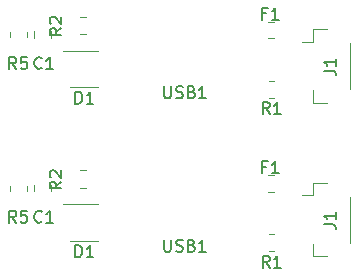
<source format=gbr>
%TF.GenerationSoftware,KiCad,Pcbnew,5.1.10-88a1d61d58~90~ubuntu20.04.1*%
%TF.CreationDate,2022-01-21T20:10:34-08:00*%
%TF.ProjectId,kb-db_protruded_panel,6b622d64-625f-4707-926f-747275646564,rev?*%
%TF.SameCoordinates,Original*%
%TF.FileFunction,Legend,Top*%
%TF.FilePolarity,Positive*%
%FSLAX46Y46*%
G04 Gerber Fmt 4.6, Leading zero omitted, Abs format (unit mm)*
G04 Created by KiCad (PCBNEW 5.1.10-88a1d61d58~90~ubuntu20.04.1) date 2022-01-21 20:10:34*
%MOMM*%
%LPD*%
G01*
G04 APERTURE LIST*
%ADD10C,0.120000*%
%ADD11C,0.150000*%
G04 APERTURE END LIST*
D10*
%TO.C,D1*%
X71642000Y-75085000D02*
X68692000Y-75085000D01*
X69242000Y-78185000D02*
X71642000Y-78185000D01*
%TO.C,R2*%
X70147436Y-73679000D02*
X70601564Y-73679000D01*
X70147436Y-72209000D02*
X70601564Y-72209000D01*
%TO.C,R1*%
X86563564Y-77603000D02*
X86109436Y-77603000D01*
X86563564Y-79073000D02*
X86109436Y-79073000D01*
%TO.C,F1*%
X86540078Y-72615000D02*
X86022922Y-72615000D01*
X86540078Y-74035000D02*
X86022922Y-74035000D01*
%TO.C,C1*%
X66194000Y-73444748D02*
X66194000Y-73967252D01*
X67664000Y-73444748D02*
X67664000Y-73967252D01*
%TO.C,J1*%
X93012000Y-74439000D02*
X93012000Y-78319000D01*
X89892000Y-79489000D02*
X89892000Y-78439000D01*
X91042000Y-79489000D02*
X89892000Y-79489000D01*
X89892000Y-74319000D02*
X88902000Y-74319000D01*
X89892000Y-73269000D02*
X89892000Y-74319000D01*
X91042000Y-73269000D02*
X89892000Y-73269000D01*
%TO.C,R5*%
X64162000Y-73502436D02*
X64162000Y-73956564D01*
X65632000Y-73502436D02*
X65632000Y-73956564D01*
%TO.C,R2*%
X70147436Y-60679000D02*
X70601564Y-60679000D01*
X70147436Y-59209000D02*
X70601564Y-59209000D01*
%TO.C,J1*%
X93012000Y-61439000D02*
X93012000Y-65319000D01*
X89892000Y-66489000D02*
X89892000Y-65439000D01*
X91042000Y-66489000D02*
X89892000Y-66489000D01*
X89892000Y-61319000D02*
X88902000Y-61319000D01*
X89892000Y-60269000D02*
X89892000Y-61319000D01*
X91042000Y-60269000D02*
X89892000Y-60269000D01*
%TO.C,C1*%
X66194000Y-60444748D02*
X66194000Y-60967252D01*
X67664000Y-60444748D02*
X67664000Y-60967252D01*
%TO.C,R5*%
X64162000Y-60502436D02*
X64162000Y-60956564D01*
X65632000Y-60502436D02*
X65632000Y-60956564D01*
%TO.C,R1*%
X86563564Y-64603000D02*
X86109436Y-64603000D01*
X86563564Y-66073000D02*
X86109436Y-66073000D01*
%TO.C,F1*%
X86540078Y-59615000D02*
X86022922Y-59615000D01*
X86540078Y-61035000D02*
X86022922Y-61035000D01*
%TO.C,D1*%
X71642000Y-62085000D02*
X68692000Y-62085000D01*
X69242000Y-65185000D02*
X71642000Y-65185000D01*
D11*
X69739904Y-79552380D02*
X69739904Y-78552380D01*
X69978000Y-78552380D01*
X70120857Y-78600000D01*
X70216095Y-78695238D01*
X70263714Y-78790476D01*
X70311333Y-78980952D01*
X70311333Y-79123809D01*
X70263714Y-79314285D01*
X70216095Y-79409523D01*
X70120857Y-79504761D01*
X69978000Y-79552380D01*
X69739904Y-79552380D01*
X71263714Y-79552380D02*
X70692285Y-79552380D01*
X70978000Y-79552380D02*
X70978000Y-78552380D01*
X70882761Y-78695238D01*
X70787523Y-78790476D01*
X70692285Y-78838095D01*
%TO.C,R2*%
X68557380Y-73170666D02*
X68081190Y-73504000D01*
X68557380Y-73742095D02*
X67557380Y-73742095D01*
X67557380Y-73361142D01*
X67605000Y-73265904D01*
X67652619Y-73218285D01*
X67747857Y-73170666D01*
X67890714Y-73170666D01*
X67985952Y-73218285D01*
X68033571Y-73265904D01*
X68081190Y-73361142D01*
X68081190Y-73742095D01*
X67652619Y-72789714D02*
X67605000Y-72742095D01*
X67557380Y-72646857D01*
X67557380Y-72408761D01*
X67605000Y-72313523D01*
X67652619Y-72265904D01*
X67747857Y-72218285D01*
X67843095Y-72218285D01*
X67985952Y-72265904D01*
X68557380Y-72837333D01*
X68557380Y-72218285D01*
%TO.C,R1*%
X86169833Y-80440380D02*
X85836500Y-79964190D01*
X85598404Y-80440380D02*
X85598404Y-79440380D01*
X85979357Y-79440380D01*
X86074595Y-79488000D01*
X86122214Y-79535619D01*
X86169833Y-79630857D01*
X86169833Y-79773714D01*
X86122214Y-79868952D01*
X86074595Y-79916571D01*
X85979357Y-79964190D01*
X85598404Y-79964190D01*
X87122214Y-80440380D02*
X86550785Y-80440380D01*
X86836500Y-80440380D02*
X86836500Y-79440380D01*
X86741261Y-79583238D01*
X86646023Y-79678476D01*
X86550785Y-79726095D01*
%TO.C,F1*%
X85892666Y-71916571D02*
X85559333Y-71916571D01*
X85559333Y-72440380D02*
X85559333Y-71440380D01*
X86035523Y-71440380D01*
X86940285Y-72440380D02*
X86368857Y-72440380D01*
X86654571Y-72440380D02*
X86654571Y-71440380D01*
X86559333Y-71583238D01*
X86464095Y-71678476D01*
X86368857Y-71726095D01*
%TO.C,C1*%
X66882333Y-76536142D02*
X66834714Y-76583761D01*
X66691857Y-76631380D01*
X66596619Y-76631380D01*
X66453761Y-76583761D01*
X66358523Y-76488523D01*
X66310904Y-76393285D01*
X66263285Y-76202809D01*
X66263285Y-76059952D01*
X66310904Y-75869476D01*
X66358523Y-75774238D01*
X66453761Y-75679000D01*
X66596619Y-75631380D01*
X66691857Y-75631380D01*
X66834714Y-75679000D01*
X66882333Y-75726619D01*
X67834714Y-76631380D02*
X67263285Y-76631380D01*
X67549000Y-76631380D02*
X67549000Y-75631380D01*
X67453761Y-75774238D01*
X67358523Y-75869476D01*
X67263285Y-75917095D01*
%TO.C,J1*%
X90758380Y-76766333D02*
X91472666Y-76766333D01*
X91615523Y-76813952D01*
X91710761Y-76909190D01*
X91758380Y-77052047D01*
X91758380Y-77147285D01*
X91758380Y-75766333D02*
X91758380Y-76337761D01*
X91758380Y-76052047D02*
X90758380Y-76052047D01*
X90901238Y-76147285D01*
X90996476Y-76242523D01*
X91044095Y-76337761D01*
%TO.C,USB1*%
X77253904Y-78093880D02*
X77253904Y-78903404D01*
X77301523Y-78998642D01*
X77349142Y-79046261D01*
X77444380Y-79093880D01*
X77634857Y-79093880D01*
X77730095Y-79046261D01*
X77777714Y-78998642D01*
X77825333Y-78903404D01*
X77825333Y-78093880D01*
X78253904Y-79046261D02*
X78396761Y-79093880D01*
X78634857Y-79093880D01*
X78730095Y-79046261D01*
X78777714Y-78998642D01*
X78825333Y-78903404D01*
X78825333Y-78808166D01*
X78777714Y-78712928D01*
X78730095Y-78665309D01*
X78634857Y-78617690D01*
X78444380Y-78570071D01*
X78349142Y-78522452D01*
X78301523Y-78474833D01*
X78253904Y-78379595D01*
X78253904Y-78284357D01*
X78301523Y-78189119D01*
X78349142Y-78141500D01*
X78444380Y-78093880D01*
X78682476Y-78093880D01*
X78825333Y-78141500D01*
X79587238Y-78570071D02*
X79730095Y-78617690D01*
X79777714Y-78665309D01*
X79825333Y-78760547D01*
X79825333Y-78903404D01*
X79777714Y-78998642D01*
X79730095Y-79046261D01*
X79634857Y-79093880D01*
X79253904Y-79093880D01*
X79253904Y-78093880D01*
X79587238Y-78093880D01*
X79682476Y-78141500D01*
X79730095Y-78189119D01*
X79777714Y-78284357D01*
X79777714Y-78379595D01*
X79730095Y-78474833D01*
X79682476Y-78522452D01*
X79587238Y-78570071D01*
X79253904Y-78570071D01*
X80777714Y-79093880D02*
X80206285Y-79093880D01*
X80492000Y-79093880D02*
X80492000Y-78093880D01*
X80396761Y-78236738D01*
X80301523Y-78331976D01*
X80206285Y-78379595D01*
%TO.C,R5*%
X64723333Y-76631380D02*
X64390000Y-76155190D01*
X64151904Y-76631380D02*
X64151904Y-75631380D01*
X64532857Y-75631380D01*
X64628095Y-75679000D01*
X64675714Y-75726619D01*
X64723333Y-75821857D01*
X64723333Y-75964714D01*
X64675714Y-76059952D01*
X64628095Y-76107571D01*
X64532857Y-76155190D01*
X64151904Y-76155190D01*
X65628095Y-75631380D02*
X65151904Y-75631380D01*
X65104285Y-76107571D01*
X65151904Y-76059952D01*
X65247142Y-76012333D01*
X65485238Y-76012333D01*
X65580476Y-76059952D01*
X65628095Y-76107571D01*
X65675714Y-76202809D01*
X65675714Y-76440904D01*
X65628095Y-76536142D01*
X65580476Y-76583761D01*
X65485238Y-76631380D01*
X65247142Y-76631380D01*
X65151904Y-76583761D01*
X65104285Y-76536142D01*
%TO.C,R2*%
X68557380Y-60170666D02*
X68081190Y-60504000D01*
X68557380Y-60742095D02*
X67557380Y-60742095D01*
X67557380Y-60361142D01*
X67605000Y-60265904D01*
X67652619Y-60218285D01*
X67747857Y-60170666D01*
X67890714Y-60170666D01*
X67985952Y-60218285D01*
X68033571Y-60265904D01*
X68081190Y-60361142D01*
X68081190Y-60742095D01*
X67652619Y-59789714D02*
X67605000Y-59742095D01*
X67557380Y-59646857D01*
X67557380Y-59408761D01*
X67605000Y-59313523D01*
X67652619Y-59265904D01*
X67747857Y-59218285D01*
X67843095Y-59218285D01*
X67985952Y-59265904D01*
X68557380Y-59837333D01*
X68557380Y-59218285D01*
%TO.C,J1*%
X90758380Y-63766333D02*
X91472666Y-63766333D01*
X91615523Y-63813952D01*
X91710761Y-63909190D01*
X91758380Y-64052047D01*
X91758380Y-64147285D01*
X91758380Y-62766333D02*
X91758380Y-63337761D01*
X91758380Y-63052047D02*
X90758380Y-63052047D01*
X90901238Y-63147285D01*
X90996476Y-63242523D01*
X91044095Y-63337761D01*
%TO.C,C1*%
X66882333Y-63536142D02*
X66834714Y-63583761D01*
X66691857Y-63631380D01*
X66596619Y-63631380D01*
X66453761Y-63583761D01*
X66358523Y-63488523D01*
X66310904Y-63393285D01*
X66263285Y-63202809D01*
X66263285Y-63059952D01*
X66310904Y-62869476D01*
X66358523Y-62774238D01*
X66453761Y-62679000D01*
X66596619Y-62631380D01*
X66691857Y-62631380D01*
X66834714Y-62679000D01*
X66882333Y-62726619D01*
X67834714Y-63631380D02*
X67263285Y-63631380D01*
X67549000Y-63631380D02*
X67549000Y-62631380D01*
X67453761Y-62774238D01*
X67358523Y-62869476D01*
X67263285Y-62917095D01*
%TO.C,USB1*%
X77253904Y-65093880D02*
X77253904Y-65903404D01*
X77301523Y-65998642D01*
X77349142Y-66046261D01*
X77444380Y-66093880D01*
X77634857Y-66093880D01*
X77730095Y-66046261D01*
X77777714Y-65998642D01*
X77825333Y-65903404D01*
X77825333Y-65093880D01*
X78253904Y-66046261D02*
X78396761Y-66093880D01*
X78634857Y-66093880D01*
X78730095Y-66046261D01*
X78777714Y-65998642D01*
X78825333Y-65903404D01*
X78825333Y-65808166D01*
X78777714Y-65712928D01*
X78730095Y-65665309D01*
X78634857Y-65617690D01*
X78444380Y-65570071D01*
X78349142Y-65522452D01*
X78301523Y-65474833D01*
X78253904Y-65379595D01*
X78253904Y-65284357D01*
X78301523Y-65189119D01*
X78349142Y-65141500D01*
X78444380Y-65093880D01*
X78682476Y-65093880D01*
X78825333Y-65141500D01*
X79587238Y-65570071D02*
X79730095Y-65617690D01*
X79777714Y-65665309D01*
X79825333Y-65760547D01*
X79825333Y-65903404D01*
X79777714Y-65998642D01*
X79730095Y-66046261D01*
X79634857Y-66093880D01*
X79253904Y-66093880D01*
X79253904Y-65093880D01*
X79587238Y-65093880D01*
X79682476Y-65141500D01*
X79730095Y-65189119D01*
X79777714Y-65284357D01*
X79777714Y-65379595D01*
X79730095Y-65474833D01*
X79682476Y-65522452D01*
X79587238Y-65570071D01*
X79253904Y-65570071D01*
X80777714Y-66093880D02*
X80206285Y-66093880D01*
X80492000Y-66093880D02*
X80492000Y-65093880D01*
X80396761Y-65236738D01*
X80301523Y-65331976D01*
X80206285Y-65379595D01*
%TO.C,R5*%
X64723333Y-63631380D02*
X64390000Y-63155190D01*
X64151904Y-63631380D02*
X64151904Y-62631380D01*
X64532857Y-62631380D01*
X64628095Y-62679000D01*
X64675714Y-62726619D01*
X64723333Y-62821857D01*
X64723333Y-62964714D01*
X64675714Y-63059952D01*
X64628095Y-63107571D01*
X64532857Y-63155190D01*
X64151904Y-63155190D01*
X65628095Y-62631380D02*
X65151904Y-62631380D01*
X65104285Y-63107571D01*
X65151904Y-63059952D01*
X65247142Y-63012333D01*
X65485238Y-63012333D01*
X65580476Y-63059952D01*
X65628095Y-63107571D01*
X65675714Y-63202809D01*
X65675714Y-63440904D01*
X65628095Y-63536142D01*
X65580476Y-63583761D01*
X65485238Y-63631380D01*
X65247142Y-63631380D01*
X65151904Y-63583761D01*
X65104285Y-63536142D01*
%TO.C,R1*%
X86169833Y-67440380D02*
X85836500Y-66964190D01*
X85598404Y-67440380D02*
X85598404Y-66440380D01*
X85979357Y-66440380D01*
X86074595Y-66488000D01*
X86122214Y-66535619D01*
X86169833Y-66630857D01*
X86169833Y-66773714D01*
X86122214Y-66868952D01*
X86074595Y-66916571D01*
X85979357Y-66964190D01*
X85598404Y-66964190D01*
X87122214Y-67440380D02*
X86550785Y-67440380D01*
X86836500Y-67440380D02*
X86836500Y-66440380D01*
X86741261Y-66583238D01*
X86646023Y-66678476D01*
X86550785Y-66726095D01*
%TO.C,F1*%
X85892666Y-58916571D02*
X85559333Y-58916571D01*
X85559333Y-59440380D02*
X85559333Y-58440380D01*
X86035523Y-58440380D01*
X86940285Y-59440380D02*
X86368857Y-59440380D01*
X86654571Y-59440380D02*
X86654571Y-58440380D01*
X86559333Y-58583238D01*
X86464095Y-58678476D01*
X86368857Y-58726095D01*
%TO.C,D1*%
X69739904Y-66552380D02*
X69739904Y-65552380D01*
X69978000Y-65552380D01*
X70120857Y-65600000D01*
X70216095Y-65695238D01*
X70263714Y-65790476D01*
X70311333Y-65980952D01*
X70311333Y-66123809D01*
X70263714Y-66314285D01*
X70216095Y-66409523D01*
X70120857Y-66504761D01*
X69978000Y-66552380D01*
X69739904Y-66552380D01*
X71263714Y-66552380D02*
X70692285Y-66552380D01*
X70978000Y-66552380D02*
X70978000Y-65552380D01*
X70882761Y-65695238D01*
X70787523Y-65790476D01*
X70692285Y-65838095D01*
%TD*%
M02*

</source>
